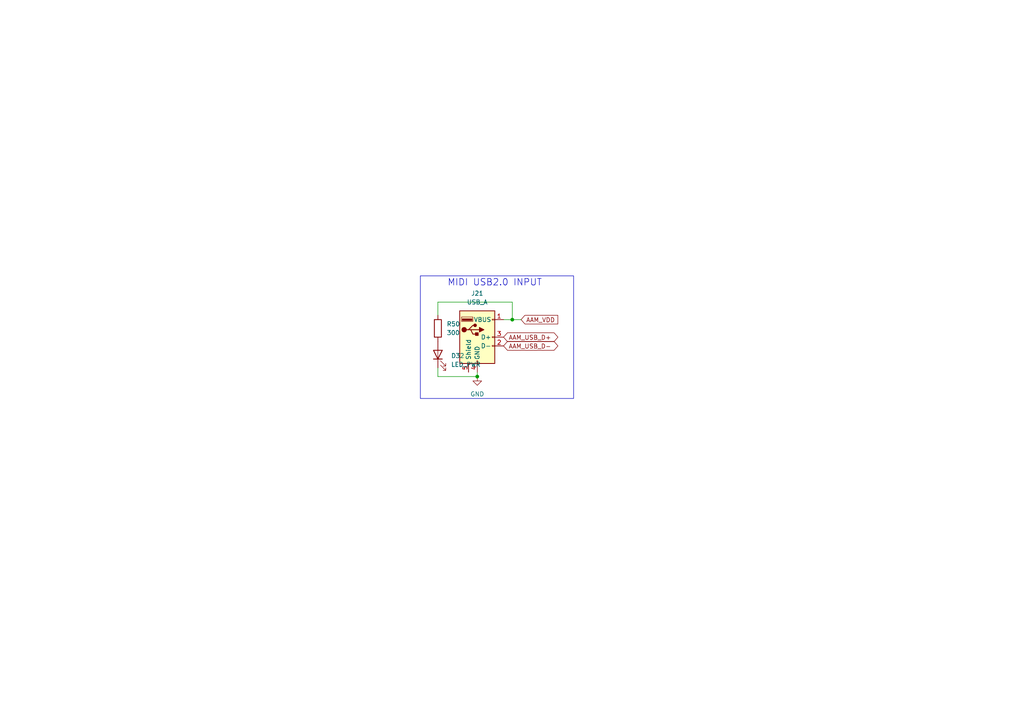
<source format=kicad_sch>
(kicad_sch (version 20250114) (generator "eeschema") (generator_version "9.0")
  (paper "A4")
  (title_block (date "2025-06") (rev "2"))
  (lib_symbols
    (symbol "Connector:USB_A" (pin_names (offset 1.016))
      (property "Reference" "J" (at -5.08 11.43 0))
      (property "Value" "USB_A" (at -5.08 8.89 0))
      (symbol "USB_A_0_1"
        (rectangle (start -5.08 -7.62) (end 5.08 7.62) (stroke (width 0.254)) (fill (type background)))
        (circle (center -3.81 2.159) (radius 0.635) (stroke (width 0.254)) (fill (type outline)))
        (polyline (pts (xy -3.175 2.159) (xy -2.54 2.159) (xy -1.27 3.429) (xy -0.635 3.429)) (stroke (width 0.254)))
        (polyline (pts (xy -2.54 2.159) (xy -1.905 2.159) (xy -1.27 0.889) (xy 0 0.889)) (stroke (width 0.254)))
        (rectangle (start -1.524 4.826) (end -4.318 5.334) (fill (type outline)))
        (rectangle (start -1.27 4.572) (end -4.572 5.842))
        (circle (center -0.635 3.429) (radius 0.381) (stroke (width 0.254)) (fill (type outline)))
        (rectangle (start -0.127 -7.62) (end 0.127 -6.858))
        (rectangle (start 0.254 1.27) (end -0.508 0.508) (stroke (width 0.254)) (fill (type outline)))
        (polyline (pts (xy 0.635 2.794) (xy 0.635 1.524) (xy 1.905 2.159) (xy 0.635 2.794)) (stroke (width 0.254)) (fill (type outline)))
        (rectangle (start 5.08 4.953) (end 4.318 5.207))
        (rectangle (start 5.08 -0.127) (end 4.318 0.127))
        (rectangle (start 5.08 -2.667) (end 4.318 -2.413))
      )
      (symbol "USB_A_1_1"
        (polyline (pts (xy -1.905 2.159) (xy 0.635 2.159)) (stroke (width 0.254)))
        (pin passive line (at -2.54 -10.16 90) (length 2.54) (name "Shield") (number "5"))
        (pin power_in line (at 0 -10.16 90) (length 2.54) (name "GND") (number "4"))
        (pin power_in line (at 7.62 5.08 180) (length 2.54) (name "VBUS") (number "1"))
        (pin bidirectional line (at 7.62 0 180) (length 2.54) (name "D+") (number "3"))
        (pin bidirectional line (at 7.62 -2.54 180) (length 2.54) (name "D-") (number "2"))
      )
    )
    (symbol "Device:LED" (pin_numbers (hide yes)) (pin_names (offset 1.016) (hide yes))
      (property "Reference" "D" (at 0 2.54 0))
      (property "Value" "LED" (at 0 -2.54 0))
      (symbol "LED_0_1"
        (polyline (pts (xy -3.048 -0.762) (xy -4.572 -2.286) (xy -3.81 -2.286) (xy -4.572 -2.286) (xy -4.572 -1.524)))
        (polyline (pts (xy -1.778 -0.762) (xy -3.302 -2.286) (xy -2.54 -2.286) (xy -3.302 -2.286) (xy -3.302 -1.524)))
        (polyline (pts (xy -1.27 0) (xy 1.27 0)))
        (polyline (pts (xy -1.27 -1.27) (xy -1.27 1.27)) (stroke (width 0.254)))
        (polyline (pts (xy 1.27 -1.27) (xy 1.27 1.27) (xy -1.27 0) (xy 1.27 -1.27)) (stroke (width 0.254)))
      )
      (symbol "LED_1_1"
        (pin passive line (at -3.81 0 0) (length 2.54) (name "K") (number "1"))
        (pin passive line (at 3.81 0 180) (length 2.54) (name "A") (number "2"))
      )
    )
    (symbol "Device:R" (pin_numbers (hide yes)) (pin_names (offset 0))
      (property "Reference" "R" (at 2.032 0 90))
      (property "Value" "R" (at 0 0 90))
      (symbol "R_0_1"
        (rectangle (start -1.016 -2.54) (end 1.016 2.54) (stroke (width 0.254)))
      )
      (symbol "R_1_1"
        (pin passive line (at 0 3.81 270) (length 1.27) (name "~") (number "1"))
        (pin passive line (at 0 -3.81 90) (length 1.27) (name "~") (number "2"))
      )
    )
    (symbol "power:GND" (power) (pin_numbers (hide yes)) (pin_names (offset 0) (hide yes))
      (property "Value" "GND" (at 0 -3.81 0))
      (symbol "GND_0_1"
        (polyline (pts (xy 0 0) (xy 0 -1.27) (xy 1.27 -1.27) (xy 0 -2.54) (xy -1.27 -1.27) (xy 0 -1.27)))
      )
      (symbol "GND_1_1"
        (pin power_in line (at 0 0 270) (length 0) (name "~") (number "1"))
      )
    )
  )
  (rectangle (start 121.92 80.01) (end 166.37 115.57))
  (text "MIDI USB2.0 INPUT" (at 143.51 82.042 0) (effects (font (size 1.905 1.905))))
  (junction (at 138.43 109.22))
  (junction (at 148.59 92.71))
  (wire (pts (xy 148.59 87.63) (xy 127 87.63)))
  (wire (pts (xy 138.43 109.22) (xy 138.43 107.95)))
  (wire (pts (xy 127 109.22) (xy 127 106.68)))
  (wire (pts (xy 148.59 87.63) (xy 148.59 92.71)))
  (wire (pts (xy 127 87.63) (xy 127 91.44)))
  (wire (pts (xy 148.59 92.71) (xy 146.05 92.71)))
  (wire (pts (xy 148.59 92.71) (xy 151.13 92.71)))
  (wire (pts (xy 138.43 109.22) (xy 127 109.22)))
  (global_label "AAM_USB_D-" (shape bidirectional) (at 146.05 100.33 0) (property "Intersheetrefs" "${INTERSHEET_REFS}" (effects (hide yes))))
  (global_label "AAM_USB_D+" (shape bidirectional) (at 146.05 97.79 0) (property "Intersheetrefs" "${INTERSHEET_REFS}" (effects (hide yes))))
  (global_label "AAM_VDD" (shape input) (at 151.13 92.71 0) (property "Intersheetrefs" "${INTERSHEET_REFS}" (effects (hide yes))))
  (symbol (lib_id "Device:LED") (at 127 102.87 90) (unit 1)
    (property "Reference" "D32" (at 130.81 103.1874 90) (effects (justify right)))
    (property "Value" "LED_PWR" (at 130.81 105.7274 90) (effects (justify right)))
    (property "Footprint" "LED_SMD:LED_0603_1608Metric" (effects (hide yes)))
    (property "Description" "Light emitting diode" (effects (hide yes)))
    (property "Sim.Pins" "1=K 2=A" (effects (hide yes)))
  )
  (symbol (lib_id "Connector:USB_A") (at 138.43 97.79 0) (unit 1)
    (property "Reference" "J21" (at 138.43 85.09 0))
    (property "Value" "USB_A" (at 138.43 87.63 0))
    (property "Footprint" "Connector_USB:USB_A_CNCTech_1001-011-01101_Horizontal" (effects (hide yes)))
    (property "Description" "USB Type A connector" (effects (hide yes)))
  )
  (symbol (lib_id "Device:R") (at 127 95.25 180) (unit 1)
    (property "Reference" "R50" (at 129.54 93.9799 0) (effects (justify right)))
    (property "Value" "300" (at 129.54 96.5199 0) (effects (justify right)))
    (property "Footprint" "Resistor_SMD:R_0805_2012Metric_Pad1.20x1.40mm_HandSolder" (effects (hide yes)))
    (property "Description" "Resistor" (effects (hide yes)))
    (property "DigiKey_Part_Number" "311-10.0KCRCT-ND" (effects (hide yes)))
    (property "Price" "0.0129" (effects (hide yes)))
  )
  (symbol (lib_id "power:GND") (at 138.43 109.22 0) (unit 1)
    (property "Reference" "#PWR0132" (effects (hide yes)))
    (property "Value" "GND" (at 138.43 114.3 0))
    (property "Description" "Power symbol creates a global label with name \"GND\" , ground" (effects (hide yes)))
  )
)
</source>
